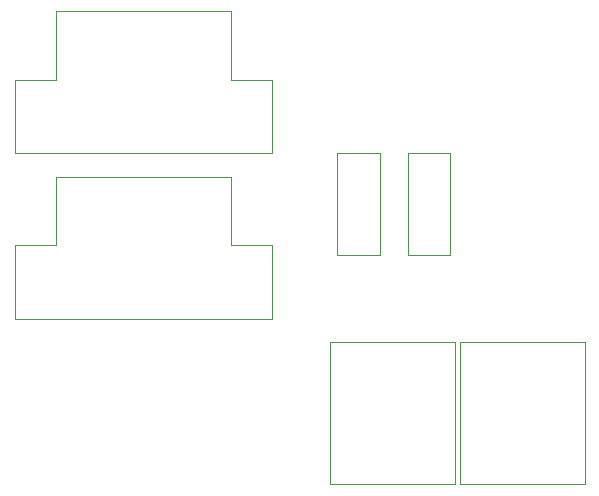
<source format=gbr>
G04 #@! TF.GenerationSoftware,KiCad,Pcbnew,(5.1.9)-1*
G04 #@! TF.CreationDate,2021-10-30T20:33:53-06:00*
G04 #@! TF.ProjectId,ralt_controller,72616c74-5f63-46f6-9e74-726f6c6c6572,1*
G04 #@! TF.SameCoordinates,Original*
G04 #@! TF.FileFunction,Other,User*
%FSLAX46Y46*%
G04 Gerber Fmt 4.6, Leading zero omitted, Abs format (unit mm)*
G04 Created by KiCad (PCBNEW (5.1.9)-1) date 2021-10-30 20:33:53*
%MOMM*%
%LPD*%
G01*
G04 APERTURE LIST*
%ADD10C,0.050000*%
G04 APERTURE END LIST*
D10*
X46010000Y-69060000D02*
X46010000Y-74850000D01*
X46010000Y-74850000D02*
X49510000Y-74850000D01*
X49510000Y-74850000D02*
X49510000Y-81060000D01*
X49510000Y-81060000D02*
X27710000Y-81060000D01*
X27710000Y-81060000D02*
X27710000Y-74850000D01*
X27710000Y-74850000D02*
X31210000Y-74850000D01*
X31210000Y-74850000D02*
X31210000Y-69060000D01*
X31210000Y-69060000D02*
X46010000Y-69060000D01*
X46010000Y-55060000D02*
X46010000Y-60850000D01*
X46010000Y-60850000D02*
X49510000Y-60850000D01*
X49510000Y-60850000D02*
X49510000Y-67060000D01*
X49510000Y-67060000D02*
X27710000Y-67060000D01*
X27710000Y-67060000D02*
X27710000Y-60850000D01*
X27710000Y-60850000D02*
X31210000Y-60850000D01*
X31210000Y-60850000D02*
X31210000Y-55060000D01*
X31210000Y-55060000D02*
X46010000Y-55060000D01*
X64610000Y-67010000D02*
X64610000Y-75660000D01*
X64610000Y-75660000D02*
X61010000Y-75660000D01*
X61010000Y-75660000D02*
X61010000Y-67010000D01*
X61010000Y-67010000D02*
X64610000Y-67010000D01*
X58610000Y-67010000D02*
X58610000Y-75660000D01*
X58610000Y-75660000D02*
X55010000Y-75660000D01*
X55010000Y-75660000D02*
X55010000Y-67010000D01*
X55010000Y-67010000D02*
X58610000Y-67010000D01*
X76010000Y-83060000D02*
X76010000Y-95060000D01*
X76010000Y-95060000D02*
X65410000Y-95060000D01*
X65410000Y-95060000D02*
X65410000Y-83060000D01*
X65410000Y-83060000D02*
X76010000Y-83060000D01*
X65010000Y-83060000D02*
X65010000Y-95060000D01*
X65010000Y-95060000D02*
X54410000Y-95060000D01*
X54410000Y-95060000D02*
X54410000Y-83060000D01*
X54410000Y-83060000D02*
X65010000Y-83060000D01*
M02*

</source>
